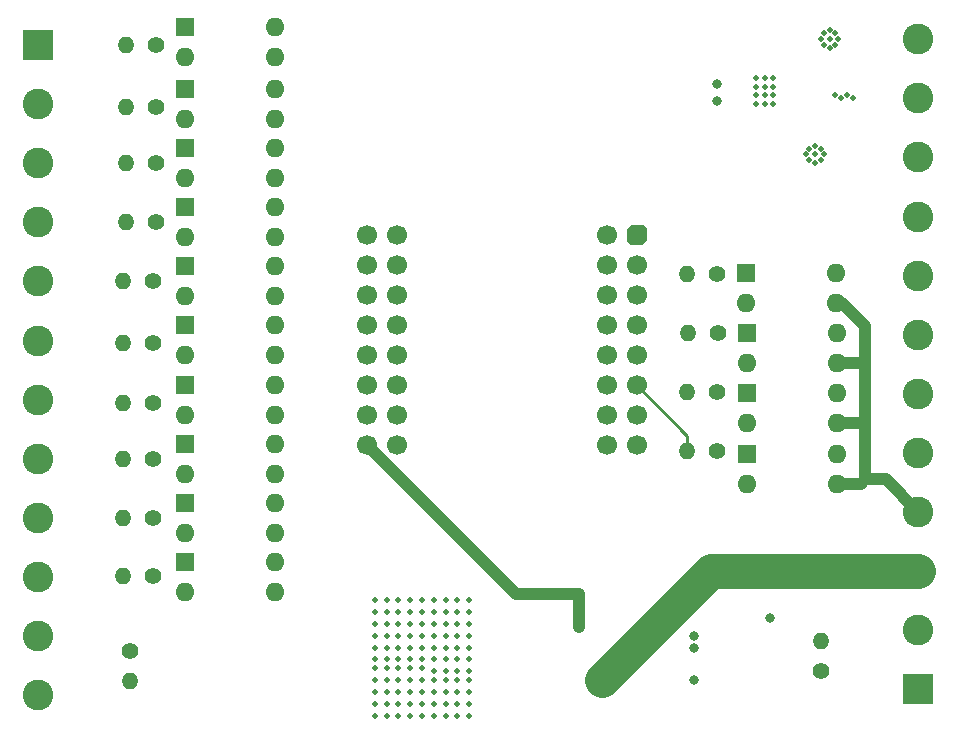
<source format=gbr>
%TF.GenerationSoftware,KiCad,Pcbnew,7.0.5*%
%TF.CreationDate,2023-06-27T21:04:27+02:00*%
%TF.ProjectId,ESP32RIO,45535033-3252-4494-9f2e-6b696361645f,rev?*%
%TF.SameCoordinates,Original*%
%TF.FileFunction,Copper,L3,Inr*%
%TF.FilePolarity,Positive*%
%FSLAX46Y46*%
G04 Gerber Fmt 4.6, Leading zero omitted, Abs format (unit mm)*
G04 Created by KiCad (PCBNEW 7.0.5) date 2023-06-27 21:04:27*
%MOMM*%
%LPD*%
G01*
G04 APERTURE LIST*
G04 Aperture macros list*
%AMFreePoly0*
4,1,19,-0.850000,0.255000,-0.829726,0.408997,-0.770285,0.552500,-0.675729,0.675729,-0.552500,0.770285,-0.408997,0.829726,-0.255000,0.850000,0.510000,0.850000,0.850000,0.510000,0.850000,-0.255000,0.829726,-0.408997,0.770285,-0.552500,0.675729,-0.675729,0.552500,-0.770285,0.408997,-0.829726,0.255000,-0.850000,-0.510000,-0.850000,-0.850000,-0.510000,-0.850000,0.255000,-0.850000,0.255000,
$1*%
G04 Aperture macros list end*
%TA.AperFunction,ComponentPad*%
%ADD10R,1.600000X1.600000*%
%TD*%
%TA.AperFunction,ComponentPad*%
%ADD11O,1.600000X1.600000*%
%TD*%
%TA.AperFunction,ComponentPad*%
%ADD12C,1.400000*%
%TD*%
%TA.AperFunction,ComponentPad*%
%ADD13O,1.400000X1.400000*%
%TD*%
%TA.AperFunction,ComponentPad*%
%ADD14R,2.600000X2.600000*%
%TD*%
%TA.AperFunction,ComponentPad*%
%ADD15C,2.600000*%
%TD*%
%TA.AperFunction,ComponentPad*%
%ADD16FreePoly0,180.000000*%
%TD*%
%TA.AperFunction,ComponentPad*%
%ADD17C,1.700000*%
%TD*%
%TA.AperFunction,ViaPad*%
%ADD18C,0.500000*%
%TD*%
%TA.AperFunction,ViaPad*%
%ADD19C,0.800000*%
%TD*%
%TA.AperFunction,Conductor*%
%ADD20C,1.000000*%
%TD*%
%TA.AperFunction,Conductor*%
%ADD21C,3.000000*%
%TD*%
%TA.AperFunction,Conductor*%
%ADD22C,0.250000*%
%TD*%
G04 APERTURE END LIST*
D10*
%TO.N,Net-(R8-Pad1)*%
%TO.C,U8*%
X121950000Y-91475000D03*
D11*
%TO.N,GND*%
X121950000Y-94015000D03*
X129570000Y-94015000D03*
%TO.N,Net-(U11-GPIO33)*%
X129570000Y-91475000D03*
%TD*%
D10*
%TO.N,Net-(R4-Pad1)*%
%TO.C,U4*%
X121950000Y-71475000D03*
D11*
%TO.N,GND*%
X121950000Y-74015000D03*
X129570000Y-74015000D03*
%TO.N,Net-(U11-GPIO37)*%
X129570000Y-71475000D03*
%TD*%
D12*
%TO.N,Net-(R7-Pad1)*%
%TO.C,R7*%
X119220000Y-88000000D03*
D13*
%TO.N,Net-(J2-Pin_7)*%
X116680000Y-88000000D03*
%TD*%
D12*
%TO.N,Net-(R3-Pad1)*%
%TO.C,R3*%
X119470000Y-67750000D03*
D13*
%TO.N,Net-(J2-Pin_3)*%
X116930000Y-67750000D03*
%TD*%
D10*
%TO.N,Net-(R1-Pad1)*%
%TO.C,U1*%
X121950000Y-56225000D03*
D11*
%TO.N,GND*%
X121950000Y-58765000D03*
X129570000Y-58765000D03*
%TO.N,Net-(U11-GPIO40)*%
X129570000Y-56225000D03*
%TD*%
D12*
%TO.N,Net-(R11-Pad1)*%
%TO.C,R11*%
X167002032Y-77102460D03*
D13*
%TO.N,Net-(U11-GPIO8)*%
X164462032Y-77102460D03*
%TD*%
D10*
%TO.N,Net-(R10-Pad1)*%
%TO.C,U10*%
X121950000Y-101475000D03*
D11*
%TO.N,GND*%
X121950000Y-104015000D03*
X129570000Y-104015000D03*
%TO.N,Net-(U11-GPIO18)*%
X129570000Y-101475000D03*
%TD*%
D10*
%TO.N,Net-(R13-Pad1)*%
%TO.C,U14*%
X169482032Y-87234126D03*
D11*
%TO.N,GND*%
X169482032Y-89774126D03*
%TO.N,Net-(J1-Pin_4)*%
X177102032Y-89774126D03*
%TO.N,Net-(J1-Pin_6)*%
X177102032Y-87234126D03*
%TD*%
D10*
%TO.N,Net-(R14-Pad1)*%
%TO.C,U16*%
X169482032Y-92327459D03*
D11*
%TO.N,GND*%
X169482032Y-94867459D03*
%TO.N,Net-(J1-Pin_4)*%
X177102032Y-94867459D03*
%TO.N,Net-(J1-Pin_5)*%
X177102032Y-92327459D03*
%TD*%
D12*
%TO.N,Net-(R13-Pad1)*%
%TO.C,R13*%
X167002032Y-87102460D03*
D13*
%TO.N,Net-(U11-GPIO10)*%
X164462032Y-87102460D03*
%TD*%
D12*
%TO.N,Net-(J1-Pin_1)*%
%TO.C,R15*%
X175750000Y-110720000D03*
D13*
%TO.N,Net-(J1-Pin_2)*%
X175750000Y-108180000D03*
%TD*%
D12*
%TO.N,Net-(R6-Pad1)*%
%TO.C,R6*%
X119220000Y-83000000D03*
D13*
%TO.N,Net-(J2-Pin_6)*%
X116680000Y-83000000D03*
%TD*%
D10*
%TO.N,Net-(R9-Pad1)*%
%TO.C,U9*%
X121950000Y-96475000D03*
D11*
%TO.N,GND*%
X121950000Y-99015000D03*
X129570000Y-99015000D03*
%TO.N,Net-(U11-GPIO21)*%
X129570000Y-96475000D03*
%TD*%
D12*
%TO.N,Net-(R4-Pad1)*%
%TO.C,R4*%
X119470000Y-72750000D03*
D13*
%TO.N,Net-(J2-Pin_4)*%
X116930000Y-72750000D03*
%TD*%
D12*
%TO.N,Net-(R12-Pad1)*%
%TO.C,R12*%
X167032032Y-82102460D03*
D13*
%TO.N,Net-(U11-GPIO9)*%
X164492032Y-82102460D03*
%TD*%
D12*
%TO.N,Net-(R9-Pad1)*%
%TO.C,R9*%
X119220000Y-97750000D03*
D13*
%TO.N,Net-(J2-Pin_9)*%
X116680000Y-97750000D03*
%TD*%
D12*
%TO.N,Net-(R1-Pad1)*%
%TO.C,R1*%
X119470000Y-57750000D03*
D13*
%TO.N,Net-(J2-Pin_1)*%
X116930000Y-57750000D03*
%TD*%
D12*
%TO.N,Net-(R10-Pad1)*%
%TO.C,R10*%
X119220000Y-102669888D03*
D13*
%TO.N,Net-(J2-Pin_10)*%
X116680000Y-102669888D03*
%TD*%
D12*
%TO.N,Net-(R8-Pad1)*%
%TO.C,R8*%
X119220000Y-92750000D03*
D13*
%TO.N,Net-(J2-Pin_8)*%
X116680000Y-92750000D03*
%TD*%
D10*
%TO.N,Net-(R11-Pad1)*%
%TO.C,U12*%
X169462032Y-77047460D03*
D11*
%TO.N,GND*%
X169462032Y-79587460D03*
%TO.N,Net-(J1-Pin_4)*%
X177082032Y-79587460D03*
%TO.N,Net-(J1-Pin_8)*%
X177082032Y-77047460D03*
%TD*%
D14*
%TO.N,Net-(J1-Pin_1)*%
%TO.C,J1*%
X184000000Y-112250000D03*
D15*
%TO.N,Net-(J1-Pin_2)*%
X184000000Y-107250000D03*
%TO.N,+24V*%
X184000000Y-102250000D03*
%TO.N,Net-(J1-Pin_4)*%
X184000000Y-97250000D03*
%TO.N,Net-(J1-Pin_5)*%
X184000000Y-92250000D03*
%TO.N,Net-(J1-Pin_6)*%
X184000000Y-87250000D03*
%TO.N,Net-(J1-Pin_7)*%
X184000000Y-82250000D03*
%TO.N,Net-(J1-Pin_8)*%
X184000000Y-77250000D03*
%TO.N,GND*%
X184000000Y-72250000D03*
%TO.N,Net-(J1-Pin_10)*%
X184000000Y-67250000D03*
%TO.N,Net-(J1-Pin_11)*%
X184000000Y-62250000D03*
%TO.N,Net-(J1-Pin_12)*%
X184000000Y-57250000D03*
%TD*%
D12*
%TO.N,Net-(R2-Pad1)*%
%TO.C,R2*%
X119470000Y-63000000D03*
D13*
%TO.N,Net-(J2-Pin_2)*%
X116930000Y-63000000D03*
%TD*%
D12*
%TO.N,GND*%
%TO.C,R16*%
X117250000Y-109030000D03*
D13*
%TO.N,Net-(J2-Pin_12)*%
X117250000Y-111570000D03*
%TD*%
D10*
%TO.N,Net-(R3-Pad1)*%
%TO.C,U3*%
X121950000Y-66475000D03*
D11*
%TO.N,GND*%
X121950000Y-69015000D03*
X129570000Y-69015000D03*
%TO.N,Net-(U11-GPIO38)*%
X129570000Y-66475000D03*
%TD*%
D10*
%TO.N,Net-(R12-Pad1)*%
%TO.C,U13*%
X169482032Y-82140793D03*
D11*
%TO.N,GND*%
X169482032Y-84680793D03*
%TO.N,Net-(J1-Pin_4)*%
X177102032Y-84680793D03*
%TO.N,Net-(J1-Pin_7)*%
X177102032Y-82140793D03*
%TD*%
D10*
%TO.N,Net-(R7-Pad1)*%
%TO.C,U7*%
X121950000Y-86475000D03*
D11*
%TO.N,GND*%
X121950000Y-89015000D03*
X129570000Y-89015000D03*
%TO.N,Net-(U11-GPIO34)*%
X129570000Y-86475000D03*
%TD*%
D12*
%TO.N,Net-(R5-Pad1)*%
%TO.C,R5*%
X119220000Y-77750000D03*
D13*
%TO.N,Net-(J2-Pin_5)*%
X116680000Y-77750000D03*
%TD*%
D10*
%TO.N,Net-(R5-Pad1)*%
%TO.C,U5*%
X121950000Y-76475000D03*
D11*
%TO.N,GND*%
X121950000Y-79015000D03*
X129570000Y-79015000D03*
%TO.N,Net-(U11-GPIO36)*%
X129570000Y-76475000D03*
%TD*%
D10*
%TO.N,Net-(R6-Pad1)*%
%TO.C,U6*%
X121950000Y-81475000D03*
D11*
%TO.N,GND*%
X121950000Y-84015000D03*
X129570000Y-84015000D03*
%TO.N,Net-(U11-GPIO35)*%
X129570000Y-81475000D03*
%TD*%
D12*
%TO.N,Net-(R14-Pad1)*%
%TO.C,R14*%
X167002032Y-92102460D03*
D13*
%TO.N,Net-(U11-GPIO11)*%
X164462032Y-92102460D03*
%TD*%
D10*
%TO.N,Net-(R2-Pad1)*%
%TO.C,U2*%
X121950000Y-61475000D03*
D11*
%TO.N,GND*%
X121950000Y-64015000D03*
X129570000Y-64015000D03*
%TO.N,Net-(U11-GPIO39)*%
X129570000Y-61475000D03*
%TD*%
D14*
%TO.N,Net-(J2-Pin_1)*%
%TO.C,J2*%
X109500000Y-57750000D03*
D15*
%TO.N,Net-(J2-Pin_2)*%
X109500000Y-62750000D03*
%TO.N,Net-(J2-Pin_3)*%
X109500000Y-67750000D03*
%TO.N,Net-(J2-Pin_4)*%
X109500000Y-72750000D03*
%TO.N,Net-(J2-Pin_5)*%
X109500000Y-77750000D03*
%TO.N,Net-(J2-Pin_6)*%
X109500000Y-82750000D03*
%TO.N,Net-(J2-Pin_7)*%
X109500000Y-87750000D03*
%TO.N,Net-(J2-Pin_8)*%
X109500000Y-92750000D03*
%TO.N,Net-(J2-Pin_9)*%
X109500000Y-97750000D03*
%TO.N,Net-(J2-Pin_10)*%
X109500000Y-102750000D03*
%TO.N,GND*%
X109500000Y-107750000D03*
%TO.N,Net-(J2-Pin_12)*%
X109500000Y-112750000D03*
%TD*%
D16*
%TO.N,unconnected-(U11-EN-Pad1)*%
%TO.C,U11*%
X160162500Y-73805000D03*
D17*
%TO.N,Net-(U11-GPIO3)*%
X160162500Y-76345000D03*
%TO.N,unconnected-(U11-GPIO5-Pad3)*%
X160162500Y-78885000D03*
%TO.N,unconnected-(U11-GPIO7-Pad4)*%
X160162500Y-81425000D03*
%TO.N,Net-(U11-GPIO9)*%
X160162500Y-83965000D03*
%TO.N,Net-(U11-GPIO11)*%
X160162500Y-86505000D03*
%TO.N,/RX-I*%
X160162500Y-89045000D03*
%TO.N,Net-(U11-3V3)*%
X160162500Y-91585000D03*
%TO.N,Net-(U11-VBUS)*%
X137302500Y-91585000D03*
%TO.N,GND*%
X137302500Y-89045000D03*
%TO.N,unconnected-(U11-GPIO16-Pad11)*%
X137302500Y-86505000D03*
%TO.N,Net-(U11-GPIO18)*%
X137302500Y-83965000D03*
%TO.N,Net-(U11-GPIO33)*%
X137302500Y-81425000D03*
%TO.N,Net-(U11-GPIO35)*%
X137302500Y-78885000D03*
%TO.N,Net-(U11-GPIO37)*%
X137302500Y-76345000D03*
%TO.N,Net-(U11-GPIO39)*%
X137302500Y-73805000D03*
%TO.N,unconnected-(U11-GPIO1-Pad17)*%
X157622500Y-73805000D03*
%TO.N,Net-(U11-GPIO2)*%
X157622500Y-76345000D03*
%TO.N,unconnected-(U11-GPIO4-Pad19)*%
X157622500Y-78885000D03*
%TO.N,unconnected-(U11-GPIO6-Pad20)*%
X157622500Y-81425000D03*
%TO.N,Net-(U11-GPIO8)*%
X157622500Y-83965000D03*
%TO.N,Net-(U11-GPIO10)*%
X157622500Y-86505000D03*
%TO.N,/RTS*%
X157622500Y-89045000D03*
%TO.N,/TX-O*%
X157622500Y-91585000D03*
%TO.N,unconnected-(U11-GPIO15-Pad25)*%
X139842500Y-91585000D03*
%TO.N,GND*%
X139842500Y-89045000D03*
%TO.N,Net-(J2-Pin_12)*%
X139842500Y-86505000D03*
%TO.N,Net-(U11-GPIO21)*%
X139842500Y-83965000D03*
%TO.N,Net-(U11-GPIO34)*%
X139842500Y-81425000D03*
%TO.N,Net-(U11-GPIO36)*%
X139842500Y-78885000D03*
%TO.N,Net-(U11-GPIO38)*%
X139842500Y-76345000D03*
%TO.N,Net-(U11-GPIO40)*%
X139842500Y-73805000D03*
%TD*%
D18*
%TO.N,GND*%
X142000000Y-113500000D03*
X142000000Y-110500000D03*
X142000000Y-111500000D03*
X142000000Y-114500000D03*
X142000000Y-112500000D03*
X141000000Y-114500000D03*
X140000000Y-114500000D03*
X138000000Y-114500000D03*
X139000000Y-114500000D03*
X146000000Y-114500000D03*
X146000000Y-113500000D03*
X145000000Y-113500000D03*
X145000000Y-114500000D03*
X146000000Y-111500000D03*
X143000000Y-113500000D03*
X144000000Y-114500000D03*
X143000000Y-111500000D03*
X143000000Y-112500000D03*
X146000000Y-112500000D03*
X144000000Y-112500000D03*
X144000000Y-113500000D03*
X145000000Y-112500000D03*
X145000000Y-111500000D03*
X144000000Y-111500000D03*
X143000000Y-114500000D03*
X146000000Y-110750000D03*
X146000000Y-109750000D03*
X145000000Y-109750000D03*
X145000000Y-110750000D03*
X146000000Y-107750000D03*
X143000000Y-109750000D03*
X144000000Y-110750000D03*
X143000000Y-107750000D03*
X143000000Y-108750000D03*
X146000000Y-108750000D03*
X144000000Y-108750000D03*
X144000000Y-109750000D03*
X145000000Y-108750000D03*
X145000000Y-107750000D03*
X144000000Y-107750000D03*
X143000000Y-110750000D03*
X141000000Y-113500000D03*
X141000000Y-112500000D03*
X140000000Y-112500000D03*
X140000000Y-113500000D03*
X141000000Y-110500000D03*
X138000000Y-112500000D03*
X139000000Y-113500000D03*
X138000000Y-110500000D03*
X138000000Y-111500000D03*
X141000000Y-111500000D03*
X139000000Y-111500000D03*
X139000000Y-112500000D03*
X140000000Y-111500000D03*
X140000000Y-110500000D03*
X139000000Y-110500000D03*
X138000000Y-113500000D03*
X142000000Y-109750000D03*
X142000000Y-107750000D03*
X142000000Y-108750000D03*
X141000000Y-109750000D03*
X141000000Y-107750000D03*
X141000000Y-108750000D03*
X140000000Y-109750000D03*
X140000000Y-107750000D03*
X140000000Y-108750000D03*
X139000000Y-109750000D03*
X139000000Y-107750000D03*
X139000000Y-108750000D03*
X146000000Y-106750000D03*
X146000000Y-104750000D03*
X146000000Y-105750000D03*
X145000000Y-106750000D03*
X145000000Y-104750000D03*
X145000000Y-105750000D03*
X144000000Y-106750000D03*
X144000000Y-104750000D03*
X144000000Y-105750000D03*
X143000000Y-106750000D03*
X143000000Y-104750000D03*
X143000000Y-105750000D03*
X142000000Y-106750000D03*
X142000000Y-104750000D03*
X142000000Y-105750000D03*
X141000000Y-106750000D03*
X141000000Y-104750000D03*
X141000000Y-105750000D03*
X140000000Y-106750000D03*
X140000000Y-104750000D03*
X140000000Y-105750000D03*
X139000000Y-106750000D03*
X139000000Y-104750000D03*
X139000000Y-105750000D03*
X138000000Y-109750000D03*
X138000000Y-108750000D03*
X138000000Y-107750000D03*
X138000000Y-106750000D03*
X138000000Y-105750000D03*
X138000000Y-104750000D03*
X171750000Y-62750000D03*
X171000000Y-62750000D03*
X170250000Y-62750000D03*
X170250000Y-62000000D03*
X171000000Y-62000000D03*
X171750000Y-62000000D03*
X171750000Y-61250000D03*
X171000000Y-61250000D03*
X170250000Y-61250000D03*
X171750000Y-60500000D03*
X171000000Y-60500000D03*
X170250000Y-60500000D03*
%TO.N,Net-(J1-Pin_11)*%
X177000000Y-62000000D03*
X177500000Y-62250000D03*
X178000000Y-62000000D03*
X178500000Y-62250000D03*
%TO.N,Net-(J1-Pin_10)*%
X174750000Y-67500000D03*
X174500000Y-67000000D03*
X175250000Y-67750000D03*
X175250000Y-67000000D03*
X175750000Y-66500000D03*
X174750000Y-66500000D03*
X176000000Y-67000000D03*
X175750000Y-67500000D03*
X175250000Y-66250000D03*
%TO.N,Net-(J1-Pin_12)*%
X176000000Y-57750000D03*
X177000000Y-57750000D03*
X176000000Y-56750000D03*
X176500000Y-58000000D03*
X175750000Y-57250000D03*
X176500000Y-57250000D03*
X177250000Y-57250000D03*
X176500000Y-56500000D03*
D19*
%TO.N,Net-(U11-VBUS)*%
X155250000Y-107000000D03*
%TO.N,+24V*%
X156250000Y-111500000D03*
X157250000Y-111500000D03*
%TO.N,Net-(U11-3V3)*%
X171500000Y-106250000D03*
%TO.N,/RX-I*%
X165000000Y-111500000D03*
%TO.N,/RTS*%
X165000000Y-108750000D03*
%TO.N,/TX-O*%
X165000000Y-107750000D03*
%TO.N,Net-(U11-GPIO3)*%
X167000000Y-62500000D03*
%TO.N,Net-(U11-GPIO2)*%
X167000000Y-61000000D03*
D18*
%TO.N,Net-(J1-Pin_12)*%
X177000000Y-56750000D03*
%TD*%
D20*
%TO.N,Net-(U11-VBUS)*%
X155250000Y-104250000D02*
X155250000Y-107000000D01*
X137302500Y-91585000D02*
X149967500Y-104250000D01*
X149967500Y-104250000D02*
X155250000Y-104250000D01*
D21*
%TO.N,+24V*%
X166500000Y-102250000D02*
X157250000Y-111500000D01*
X184000000Y-102250000D02*
X166500000Y-102250000D01*
D22*
%TO.N,Net-(U11-GPIO11)*%
X164462032Y-92102460D02*
X164462032Y-90804532D01*
X164462032Y-90804532D02*
X160162500Y-86505000D01*
D20*
%TO.N,Net-(J1-Pin_4)*%
X184000000Y-97250000D02*
X181250000Y-94500000D01*
X181250000Y-94500000D02*
X179500000Y-94500000D01*
X179500000Y-94500000D02*
X179500000Y-89750000D01*
X179500000Y-89750000D02*
X179500000Y-84750000D01*
X177102032Y-89774126D02*
X179475874Y-89774126D01*
X179475874Y-89774126D02*
X179500000Y-89750000D01*
X179500000Y-84750000D02*
X179500000Y-81500000D01*
X177102032Y-84680793D02*
X179430793Y-84680793D01*
X179430793Y-84680793D02*
X179500000Y-84750000D01*
X177102032Y-94867459D02*
X179132541Y-94867459D01*
X179132541Y-94867459D02*
X179500000Y-94500000D01*
X179500000Y-81500000D02*
X177587460Y-79587460D01*
X177587460Y-79587460D02*
X177082032Y-79587460D01*
%TD*%
M02*

</source>
